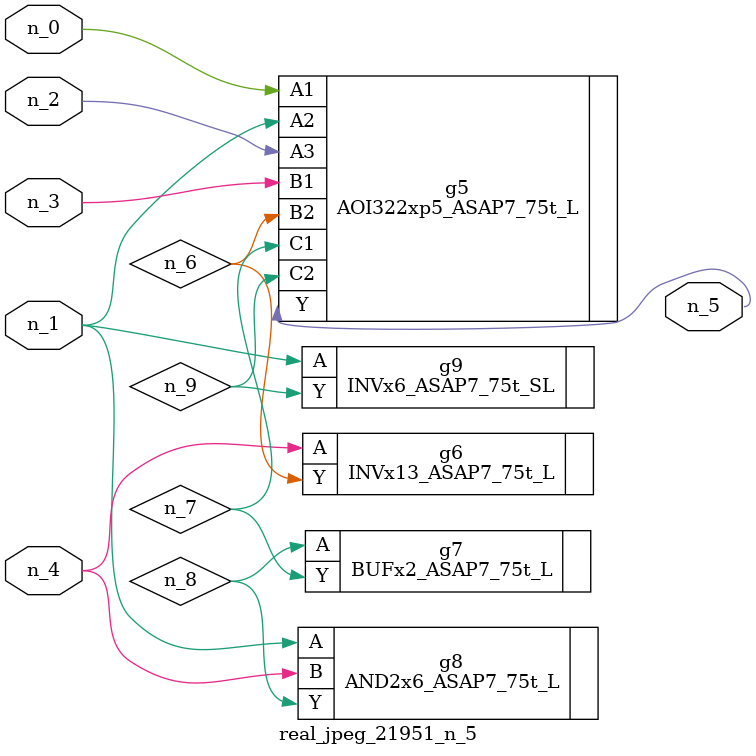
<source format=v>
module real_jpeg_21951_n_5 (n_4, n_0, n_1, n_2, n_3, n_5);

input n_4;
input n_0;
input n_1;
input n_2;
input n_3;

output n_5;

wire n_8;
wire n_6;
wire n_7;
wire n_9;

AOI322xp5_ASAP7_75t_L g5 ( 
.A1(n_0),
.A2(n_1),
.A3(n_2),
.B1(n_3),
.B2(n_6),
.C1(n_7),
.C2(n_9),
.Y(n_5)
);

AND2x6_ASAP7_75t_L g8 ( 
.A(n_1),
.B(n_4),
.Y(n_8)
);

INVx6_ASAP7_75t_SL g9 ( 
.A(n_1),
.Y(n_9)
);

INVx13_ASAP7_75t_L g6 ( 
.A(n_4),
.Y(n_6)
);

BUFx2_ASAP7_75t_L g7 ( 
.A(n_8),
.Y(n_7)
);


endmodule
</source>
